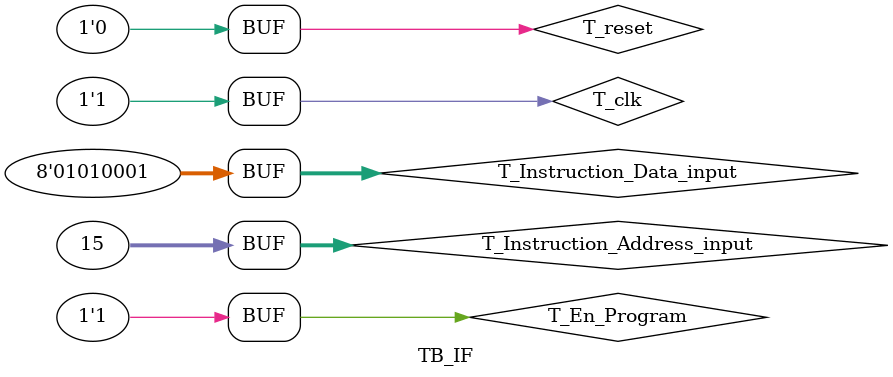
<source format=v>
`timescale 10ns/1ns
module TB_IF;

	reg				T_reset;
	reg				T_clk;
	reg		[7 :0]	T_Instruction_Data_input;
	reg		[31:0]	T_Instruction_Address_input;
	reg				T_En_Program;
	wire	[31:0]	T_Instruction_Data_output;

	MicroProcessor DUT (
		.reset						(T_reset),
		.clk						(T_clk),
		.Instruction_Data_input		(T_Instruction_Data_input),
		.Instruction_Address_input	(T_Instruction_Address_input),
		.En_Program					(T_En_Program),
		.Instruction_Data_output	(T_Instruction_Data_output));
	
	always
	begin
		T_clk = 1'b0;
		#1;
		T_clk = 1'b1;
		#1;
	end
	
	initial
	begin
		T_reset = 1'b1;
		T_En_Program = 1'b0;	//	Programming Mode - sort values to Instruction Memory
		
		T_Instruction_Address_input	= 32'h00000000;
		T_Instruction_Data_input	=  8'b00000000;	//00
		
		#2;	//1
		
		T_Instruction_Address_input	= 32'h00000001;
		T_Instruction_Data_input	=  8'b00000001;	//01
		
		#2;	//2
		
		T_Instruction_Address_input	= 32'h00000002;
		T_Instruction_Data_input	=  8'b00000010;	//02
		
		#2;	//3
		
		T_Instruction_Address_input	= 32'h00000003;
		T_Instruction_Data_input	=  8'b00001000;	//08
		
		#2;	//4
		
		T_Instruction_Address_input	= 32'h00000004;
		T_Instruction_Data_input	=  8'b00001100;	//0C
		
		#2;	//5
		
		T_Instruction_Address_input	= 32'h00000005;
		T_Instruction_Data_input	=  8'b00001111;	//0F
		
		#2;	//6
		
		T_Instruction_Address_input	= 32'h00000006;
		T_Instruction_Data_input	=  8'b00101001;	//29
		
		#2;	//7
		
		T_Instruction_Address_input	= 32'h00000007;
		T_Instruction_Data_input	=  8'b11100100;	//E4
		
		#2;	//8
		
		T_Instruction_Address_input	= 32'h00000008;
		T_Instruction_Data_input	=  8'b00011010;	//1A
		
		#2;	//9
		
		T_Instruction_Address_input	= 32'h00000009;
		T_Instruction_Data_input	=  8'b10000001;	//81
		
		#2;	//10
		
		T_Instruction_Address_input	= 32'h0000000A;
		T_Instruction_Data_input	=  8'b00110001;	//31
		
		#2;	//11
		
		T_Instruction_Address_input	= 32'h0000000B;
		T_Instruction_Data_input	=  8'b11010010;	//D2
		
		#2;	//12
		
		T_Instruction_Address_input	= 32'h0000000C;
		T_Instruction_Data_input	=  8'b11011001;	//D9
		
		#2;	//13
		
		T_Instruction_Address_input	= 32'h0000000D;
		T_Instruction_Data_input	=  8'b00000010;	//02
		
		#2;	//14
		
		T_Instruction_Address_input	= 32'h0000000E;
		T_Instruction_Data_input	=  8'b01111111;	//7F
		
		#2;	//15
		
		T_Instruction_Address_input	= 32'h0000000F;
		T_Instruction_Data_input	=  8'b01010001;	//51
		
		#2;	//16
		
		#1;
		T_En_Program = 1'b1;
		#1;
		T_reset = 1'b0;
	end
	
endmodule

// -- run 420ns (10ns*16 = 160[nsec]) -- \\
</source>
